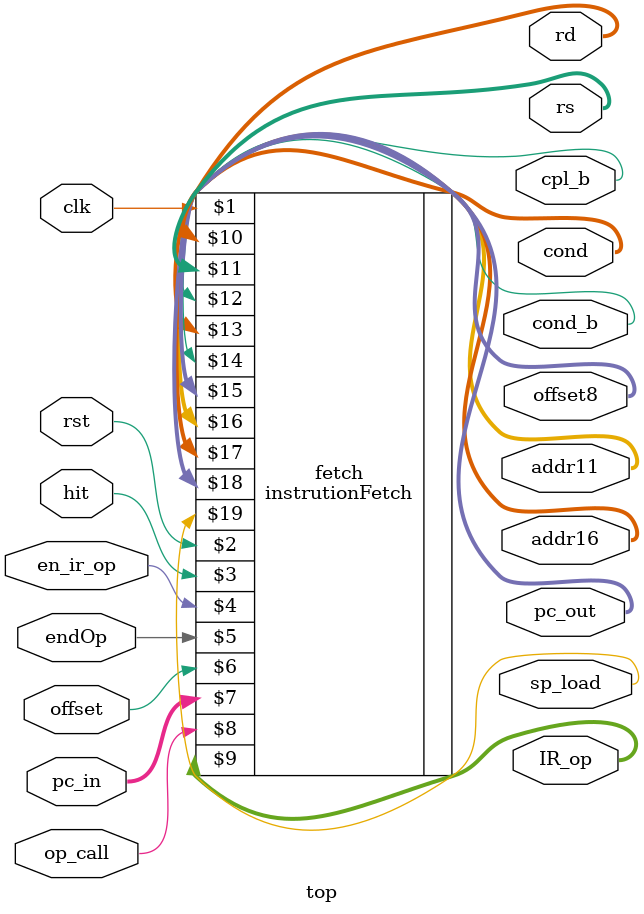
<source format=v>
`timescale 1ns / 1ps

module top(
	input wire clk,
    input wire rst,
    input wire hit,          
    input wire en_ir_op,     // enable instrution register
    input wire endOp,
    input wire offset,
    input wire op_call,
    input wire [15:0] pc_in,        // program counter

    output wire [ 7:0]   IR_op,      // Instrution
    output wire [ 7:0]   rd,         // first register
    output wire [ 7:0]   rs,         // second register
    output wire          cpl_b,      // register bit cpl (1 bit)
    output wire [ 7:0]   cond,       // branch condition (8 bit)
    output wire          cond_b,     // branch condition (1 bit)
    output wire [ 7:0]   offset8,    // jump offset (8 bit)
    output wire [10:0]   addr11,     // addr acall (11 bit)
    output wire [15:0]   addr16,     // addr lcall (16 bit)
    output wire [15:0]   pc_out,
    output wire          sp_load

);


instrutionFetch fetch(clk, rst, hit, en_ir_op, endOp, offset, pc_in, op_call, IR_op, rd, rs, 
                        cpl_b, cond, cond_b, offset8, addr11, addr16, pc_out, sp_load);
endmodule

</source>
